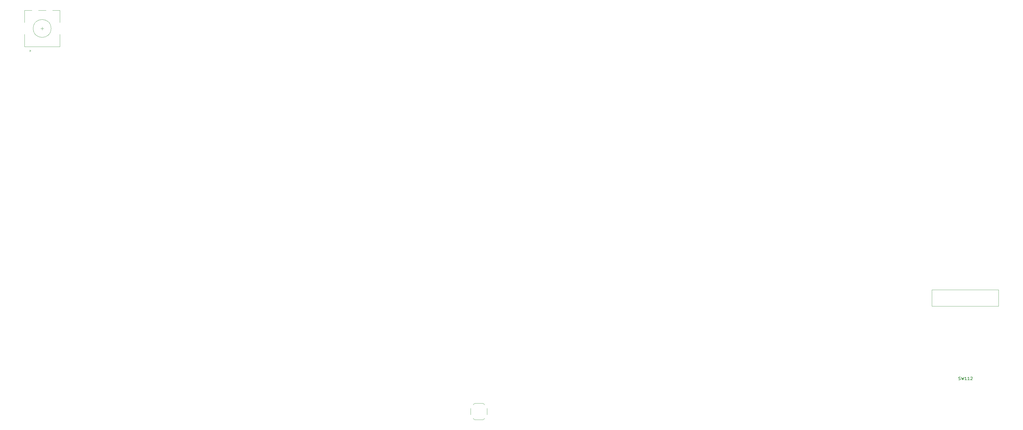
<source format=gbr>
%TF.GenerationSoftware,KiCad,Pcbnew,7.0.3*%
%TF.CreationDate,2023-05-19T09:12:57-04:00*%
%TF.ProjectId,100p-keebored,31303070-2d6b-4656-9562-6f7265642e6b,rev?*%
%TF.SameCoordinates,Original*%
%TF.FileFunction,Legend,Top*%
%TF.FilePolarity,Positive*%
%FSLAX46Y46*%
G04 Gerber Fmt 4.6, Leading zero omitted, Abs format (unit mm)*
G04 Created by KiCad (PCBNEW 7.0.3) date 2023-05-19 09:12:57*
%MOMM*%
%LPD*%
G01*
G04 APERTURE LIST*
%ADD10C,0.150000*%
%ADD11C,0.120000*%
%ADD12C,0.100000*%
G04 APERTURE END LIST*
D10*
%TO.C,SW112*%
X382051450Y-194449472D02*
X382194307Y-194497091D01*
X382194307Y-194497091D02*
X382432402Y-194497091D01*
X382432402Y-194497091D02*
X382527640Y-194449472D01*
X382527640Y-194449472D02*
X382575259Y-194401852D01*
X382575259Y-194401852D02*
X382622878Y-194306614D01*
X382622878Y-194306614D02*
X382622878Y-194211376D01*
X382622878Y-194211376D02*
X382575259Y-194116138D01*
X382575259Y-194116138D02*
X382527640Y-194068519D01*
X382527640Y-194068519D02*
X382432402Y-194020900D01*
X382432402Y-194020900D02*
X382241926Y-193973281D01*
X382241926Y-193973281D02*
X382146688Y-193925662D01*
X382146688Y-193925662D02*
X382099069Y-193878043D01*
X382099069Y-193878043D02*
X382051450Y-193782805D01*
X382051450Y-193782805D02*
X382051450Y-193687567D01*
X382051450Y-193687567D02*
X382099069Y-193592329D01*
X382099069Y-193592329D02*
X382146688Y-193544710D01*
X382146688Y-193544710D02*
X382241926Y-193497091D01*
X382241926Y-193497091D02*
X382480021Y-193497091D01*
X382480021Y-193497091D02*
X382622878Y-193544710D01*
X382956212Y-193497091D02*
X383194307Y-194497091D01*
X383194307Y-194497091D02*
X383384783Y-193782805D01*
X383384783Y-193782805D02*
X383575259Y-194497091D01*
X383575259Y-194497091D02*
X383813355Y-193497091D01*
X384718116Y-194497091D02*
X384146688Y-194497091D01*
X384432402Y-194497091D02*
X384432402Y-193497091D01*
X384432402Y-193497091D02*
X384337164Y-193639948D01*
X384337164Y-193639948D02*
X384241926Y-193735186D01*
X384241926Y-193735186D02*
X384146688Y-193782805D01*
X385670497Y-194497091D02*
X385099069Y-194497091D01*
X385384783Y-194497091D02*
X385384783Y-193497091D01*
X385384783Y-193497091D02*
X385289545Y-193639948D01*
X385289545Y-193639948D02*
X385194307Y-193735186D01*
X385194307Y-193735186D02*
X385099069Y-193782805D01*
X386051450Y-193592329D02*
X386099069Y-193544710D01*
X386099069Y-193544710D02*
X386194307Y-193497091D01*
X386194307Y-193497091D02*
X386432402Y-193497091D01*
X386432402Y-193497091D02*
X386527640Y-193544710D01*
X386527640Y-193544710D02*
X386575259Y-193592329D01*
X386575259Y-193592329D02*
X386622878Y-193687567D01*
X386622878Y-193687567D02*
X386622878Y-193782805D01*
X386622878Y-193782805D02*
X386575259Y-193925662D01*
X386575259Y-193925662D02*
X386003831Y-194497091D01*
X386003831Y-194497091D02*
X386622878Y-194497091D01*
D11*
%TO.C,SW130*%
X70576000Y-84304800D02*
X70576000Y-83704800D01*
X70876000Y-84004800D02*
X70576000Y-84304800D01*
X70576000Y-83704800D02*
X70876000Y-84004800D01*
X68776000Y-82604800D02*
X80576000Y-82604800D01*
X68776000Y-78504800D02*
X68776000Y-82604800D01*
X80576000Y-78504800D02*
X80576000Y-82604800D01*
X74676000Y-77004800D02*
X74676000Y-76004800D01*
X74176000Y-76504800D02*
X75176000Y-76504800D01*
X68776000Y-74504800D02*
X68776000Y-70404800D01*
X68776000Y-70404800D02*
X71176000Y-70404800D01*
X73376000Y-70404800D02*
X75976000Y-70404800D01*
X78176000Y-70404800D02*
X80576000Y-70404800D01*
X80576000Y-70404800D02*
X80576000Y-74504800D01*
X77676000Y-76504800D02*
G75*
G03*
X77676000Y-76504800I-3000000J0D01*
G01*
%TO.C,SW200*%
X218402704Y-206132156D02*
X218402704Y-204052156D01*
X219672704Y-202372156D02*
X219182704Y-202862156D01*
X219672704Y-202372156D02*
X222572704Y-202372156D01*
X219672704Y-207812156D02*
X219182704Y-207322156D01*
X219672704Y-207812156D02*
X222572704Y-207812156D01*
X222572704Y-202372156D02*
X223062704Y-202862156D01*
X222572704Y-207812156D02*
X223062704Y-207322156D01*
X223842704Y-206132156D02*
X223842704Y-204052156D01*
D12*
%TO.C,J4*%
X373062160Y-164223544D02*
X395414160Y-164223544D01*
X395414160Y-164223544D02*
X395414160Y-169760744D01*
X395414160Y-169760744D02*
X373062160Y-169760744D01*
X373062160Y-169760744D02*
X373062160Y-164223544D01*
%TD*%
M02*

</source>
